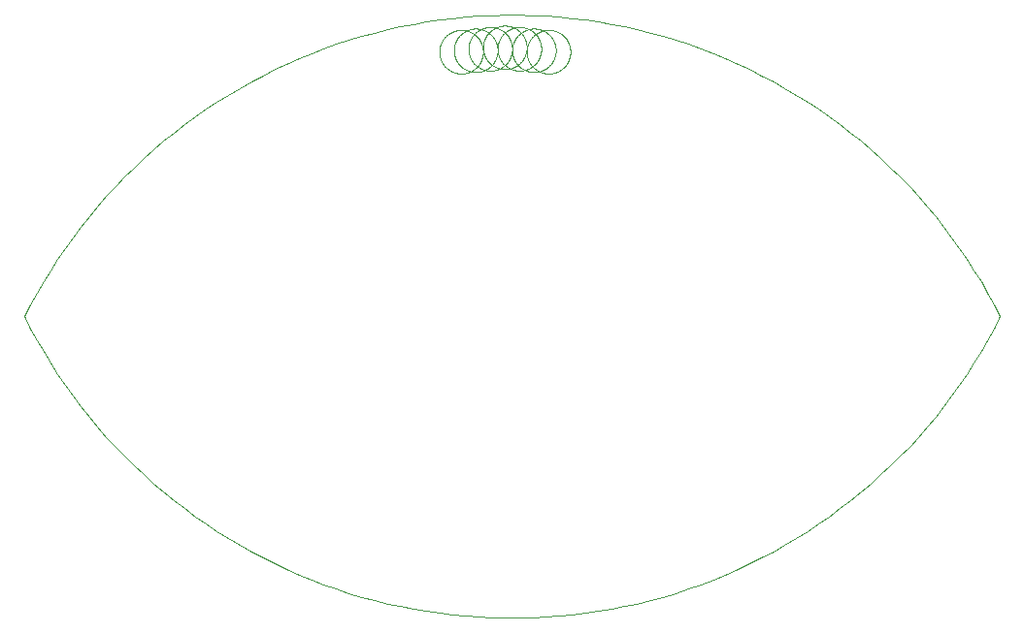
<source format=gko>
G75*
%MOIN*%
%OFA0B0*%
%FSLAX25Y25*%
%IPPOS*%
%LPD*%
%AMOC8*
5,1,8,0,0,1.08239X$1,22.5*
%
%ADD10C,0.00000*%
D10*
X0004200Y0161500D02*
X0006282Y0165556D01*
X0008463Y0169560D01*
X0010741Y0173510D01*
X0013114Y0177403D01*
X0015582Y0181237D01*
X0018142Y0185010D01*
X0020793Y0188720D01*
X0023534Y0192363D01*
X0026363Y0195939D01*
X0029278Y0199445D01*
X0032277Y0202879D01*
X0035360Y0206238D01*
X0038523Y0209522D01*
X0041765Y0212727D01*
X0045085Y0215853D01*
X0048480Y0218897D01*
X0051947Y0221857D01*
X0055486Y0224732D01*
X0059094Y0227520D01*
X0062769Y0230219D01*
X0066508Y0232827D01*
X0070310Y0235344D01*
X0074172Y0237768D01*
X0078092Y0240096D01*
X0082068Y0242329D01*
X0086096Y0244464D01*
X0090176Y0246500D01*
X0094304Y0248436D01*
X0098478Y0250271D01*
X0102695Y0252004D01*
X0106953Y0253633D01*
X0111250Y0255158D01*
X0115583Y0256579D01*
X0119949Y0257893D01*
X0124345Y0259100D01*
X0128770Y0260200D01*
X0133220Y0261192D01*
X0137693Y0262075D01*
X0142187Y0262849D01*
X0146697Y0263513D01*
X0151223Y0264067D01*
X0155761Y0264511D01*
X0160308Y0264844D01*
X0164862Y0265066D01*
X0169420Y0265177D01*
X0173980Y0265177D01*
X0178538Y0265066D01*
X0183092Y0264844D01*
X0187639Y0264511D01*
X0192177Y0264067D01*
X0196703Y0263513D01*
X0201213Y0262849D01*
X0205707Y0262075D01*
X0210180Y0261192D01*
X0214630Y0260200D01*
X0219055Y0259100D01*
X0223451Y0257893D01*
X0227817Y0256579D01*
X0232150Y0255158D01*
X0236447Y0253633D01*
X0240705Y0252004D01*
X0244922Y0250271D01*
X0249096Y0248436D01*
X0253224Y0246500D01*
X0257304Y0244464D01*
X0261332Y0242329D01*
X0265308Y0240096D01*
X0269228Y0237768D01*
X0273090Y0235344D01*
X0276892Y0232827D01*
X0280631Y0230219D01*
X0284306Y0227520D01*
X0287914Y0224732D01*
X0291453Y0221857D01*
X0294920Y0218897D01*
X0298315Y0215853D01*
X0301635Y0212727D01*
X0304877Y0209522D01*
X0308040Y0206238D01*
X0311123Y0202879D01*
X0314122Y0199445D01*
X0317037Y0195939D01*
X0319866Y0192363D01*
X0322607Y0188720D01*
X0325258Y0185010D01*
X0327818Y0181237D01*
X0330286Y0177403D01*
X0332659Y0173510D01*
X0334937Y0169560D01*
X0337118Y0165556D01*
X0339200Y0161500D01*
X0176700Y0252500D02*
X0176702Y0252684D01*
X0176709Y0252868D01*
X0176720Y0253052D01*
X0176736Y0253235D01*
X0176756Y0253418D01*
X0176781Y0253600D01*
X0176810Y0253782D01*
X0176844Y0253963D01*
X0176882Y0254143D01*
X0176925Y0254322D01*
X0176972Y0254500D01*
X0177023Y0254677D01*
X0177079Y0254853D01*
X0177138Y0255027D01*
X0177203Y0255199D01*
X0177271Y0255370D01*
X0177343Y0255539D01*
X0177420Y0255707D01*
X0177501Y0255872D01*
X0177586Y0256035D01*
X0177674Y0256197D01*
X0177767Y0256356D01*
X0177864Y0256512D01*
X0177964Y0256667D01*
X0178068Y0256819D01*
X0178176Y0256968D01*
X0178287Y0257114D01*
X0178402Y0257258D01*
X0178521Y0257399D01*
X0178643Y0257537D01*
X0178768Y0257672D01*
X0178897Y0257803D01*
X0179028Y0257932D01*
X0179163Y0258057D01*
X0179301Y0258179D01*
X0179442Y0258298D01*
X0179586Y0258413D01*
X0179732Y0258524D01*
X0179881Y0258632D01*
X0180033Y0258736D01*
X0180188Y0258836D01*
X0180344Y0258933D01*
X0180503Y0259026D01*
X0180665Y0259114D01*
X0180828Y0259199D01*
X0180993Y0259280D01*
X0181161Y0259357D01*
X0181330Y0259429D01*
X0181501Y0259497D01*
X0181673Y0259562D01*
X0181847Y0259621D01*
X0182023Y0259677D01*
X0182200Y0259728D01*
X0182378Y0259775D01*
X0182557Y0259818D01*
X0182737Y0259856D01*
X0182918Y0259890D01*
X0183100Y0259919D01*
X0183282Y0259944D01*
X0183465Y0259964D01*
X0183648Y0259980D01*
X0183832Y0259991D01*
X0184016Y0259998D01*
X0184200Y0260000D01*
X0184384Y0259998D01*
X0184568Y0259991D01*
X0184752Y0259980D01*
X0184935Y0259964D01*
X0185118Y0259944D01*
X0185300Y0259919D01*
X0185482Y0259890D01*
X0185663Y0259856D01*
X0185843Y0259818D01*
X0186022Y0259775D01*
X0186200Y0259728D01*
X0186377Y0259677D01*
X0186553Y0259621D01*
X0186727Y0259562D01*
X0186899Y0259497D01*
X0187070Y0259429D01*
X0187239Y0259357D01*
X0187407Y0259280D01*
X0187572Y0259199D01*
X0187735Y0259114D01*
X0187897Y0259026D01*
X0188056Y0258933D01*
X0188212Y0258836D01*
X0188367Y0258736D01*
X0188519Y0258632D01*
X0188668Y0258524D01*
X0188814Y0258413D01*
X0188958Y0258298D01*
X0189099Y0258179D01*
X0189237Y0258057D01*
X0189372Y0257932D01*
X0189503Y0257803D01*
X0189632Y0257672D01*
X0189757Y0257537D01*
X0189879Y0257399D01*
X0189998Y0257258D01*
X0190113Y0257114D01*
X0190224Y0256968D01*
X0190332Y0256819D01*
X0190436Y0256667D01*
X0190536Y0256512D01*
X0190633Y0256356D01*
X0190726Y0256197D01*
X0190814Y0256035D01*
X0190899Y0255872D01*
X0190980Y0255707D01*
X0191057Y0255539D01*
X0191129Y0255370D01*
X0191197Y0255199D01*
X0191262Y0255027D01*
X0191321Y0254853D01*
X0191377Y0254677D01*
X0191428Y0254500D01*
X0191475Y0254322D01*
X0191518Y0254143D01*
X0191556Y0253963D01*
X0191590Y0253782D01*
X0191619Y0253600D01*
X0191644Y0253418D01*
X0191664Y0253235D01*
X0191680Y0253052D01*
X0191691Y0252868D01*
X0191698Y0252684D01*
X0191700Y0252500D01*
X0191698Y0252316D01*
X0191691Y0252132D01*
X0191680Y0251948D01*
X0191664Y0251765D01*
X0191644Y0251582D01*
X0191619Y0251400D01*
X0191590Y0251218D01*
X0191556Y0251037D01*
X0191518Y0250857D01*
X0191475Y0250678D01*
X0191428Y0250500D01*
X0191377Y0250323D01*
X0191321Y0250147D01*
X0191262Y0249973D01*
X0191197Y0249801D01*
X0191129Y0249630D01*
X0191057Y0249461D01*
X0190980Y0249293D01*
X0190899Y0249128D01*
X0190814Y0248965D01*
X0190726Y0248803D01*
X0190633Y0248644D01*
X0190536Y0248488D01*
X0190436Y0248333D01*
X0190332Y0248181D01*
X0190224Y0248032D01*
X0190113Y0247886D01*
X0189998Y0247742D01*
X0189879Y0247601D01*
X0189757Y0247463D01*
X0189632Y0247328D01*
X0189503Y0247197D01*
X0189372Y0247068D01*
X0189237Y0246943D01*
X0189099Y0246821D01*
X0188958Y0246702D01*
X0188814Y0246587D01*
X0188668Y0246476D01*
X0188519Y0246368D01*
X0188367Y0246264D01*
X0188212Y0246164D01*
X0188056Y0246067D01*
X0187897Y0245974D01*
X0187735Y0245886D01*
X0187572Y0245801D01*
X0187407Y0245720D01*
X0187239Y0245643D01*
X0187070Y0245571D01*
X0186899Y0245503D01*
X0186727Y0245438D01*
X0186553Y0245379D01*
X0186377Y0245323D01*
X0186200Y0245272D01*
X0186022Y0245225D01*
X0185843Y0245182D01*
X0185663Y0245144D01*
X0185482Y0245110D01*
X0185300Y0245081D01*
X0185118Y0245056D01*
X0184935Y0245036D01*
X0184752Y0245020D01*
X0184568Y0245009D01*
X0184384Y0245002D01*
X0184200Y0245000D01*
X0184016Y0245002D01*
X0183832Y0245009D01*
X0183648Y0245020D01*
X0183465Y0245036D01*
X0183282Y0245056D01*
X0183100Y0245081D01*
X0182918Y0245110D01*
X0182737Y0245144D01*
X0182557Y0245182D01*
X0182378Y0245225D01*
X0182200Y0245272D01*
X0182023Y0245323D01*
X0181847Y0245379D01*
X0181673Y0245438D01*
X0181501Y0245503D01*
X0181330Y0245571D01*
X0181161Y0245643D01*
X0180993Y0245720D01*
X0180828Y0245801D01*
X0180665Y0245886D01*
X0180503Y0245974D01*
X0180344Y0246067D01*
X0180188Y0246164D01*
X0180033Y0246264D01*
X0179881Y0246368D01*
X0179732Y0246476D01*
X0179586Y0246587D01*
X0179442Y0246702D01*
X0179301Y0246821D01*
X0179163Y0246943D01*
X0179028Y0247068D01*
X0178897Y0247197D01*
X0178768Y0247328D01*
X0178643Y0247463D01*
X0178521Y0247601D01*
X0178402Y0247742D01*
X0178287Y0247886D01*
X0178176Y0248032D01*
X0178068Y0248181D01*
X0177964Y0248333D01*
X0177864Y0248488D01*
X0177767Y0248644D01*
X0177674Y0248803D01*
X0177586Y0248965D01*
X0177501Y0249128D01*
X0177420Y0249293D01*
X0177343Y0249461D01*
X0177271Y0249630D01*
X0177203Y0249801D01*
X0177138Y0249973D01*
X0177079Y0250147D01*
X0177023Y0250323D01*
X0176972Y0250500D01*
X0176925Y0250678D01*
X0176882Y0250857D01*
X0176844Y0251037D01*
X0176810Y0251218D01*
X0176781Y0251400D01*
X0176756Y0251582D01*
X0176736Y0251765D01*
X0176720Y0251948D01*
X0176709Y0252132D01*
X0176702Y0252316D01*
X0176700Y0252500D01*
X0171700Y0253000D02*
X0171702Y0253184D01*
X0171709Y0253368D01*
X0171720Y0253552D01*
X0171736Y0253735D01*
X0171756Y0253918D01*
X0171781Y0254100D01*
X0171810Y0254282D01*
X0171844Y0254463D01*
X0171882Y0254643D01*
X0171925Y0254822D01*
X0171972Y0255000D01*
X0172023Y0255177D01*
X0172079Y0255353D01*
X0172138Y0255527D01*
X0172203Y0255699D01*
X0172271Y0255870D01*
X0172343Y0256039D01*
X0172420Y0256207D01*
X0172501Y0256372D01*
X0172586Y0256535D01*
X0172674Y0256697D01*
X0172767Y0256856D01*
X0172864Y0257012D01*
X0172964Y0257167D01*
X0173068Y0257319D01*
X0173176Y0257468D01*
X0173287Y0257614D01*
X0173402Y0257758D01*
X0173521Y0257899D01*
X0173643Y0258037D01*
X0173768Y0258172D01*
X0173897Y0258303D01*
X0174028Y0258432D01*
X0174163Y0258557D01*
X0174301Y0258679D01*
X0174442Y0258798D01*
X0174586Y0258913D01*
X0174732Y0259024D01*
X0174881Y0259132D01*
X0175033Y0259236D01*
X0175188Y0259336D01*
X0175344Y0259433D01*
X0175503Y0259526D01*
X0175665Y0259614D01*
X0175828Y0259699D01*
X0175993Y0259780D01*
X0176161Y0259857D01*
X0176330Y0259929D01*
X0176501Y0259997D01*
X0176673Y0260062D01*
X0176847Y0260121D01*
X0177023Y0260177D01*
X0177200Y0260228D01*
X0177378Y0260275D01*
X0177557Y0260318D01*
X0177737Y0260356D01*
X0177918Y0260390D01*
X0178100Y0260419D01*
X0178282Y0260444D01*
X0178465Y0260464D01*
X0178648Y0260480D01*
X0178832Y0260491D01*
X0179016Y0260498D01*
X0179200Y0260500D01*
X0179384Y0260498D01*
X0179568Y0260491D01*
X0179752Y0260480D01*
X0179935Y0260464D01*
X0180118Y0260444D01*
X0180300Y0260419D01*
X0180482Y0260390D01*
X0180663Y0260356D01*
X0180843Y0260318D01*
X0181022Y0260275D01*
X0181200Y0260228D01*
X0181377Y0260177D01*
X0181553Y0260121D01*
X0181727Y0260062D01*
X0181899Y0259997D01*
X0182070Y0259929D01*
X0182239Y0259857D01*
X0182407Y0259780D01*
X0182572Y0259699D01*
X0182735Y0259614D01*
X0182897Y0259526D01*
X0183056Y0259433D01*
X0183212Y0259336D01*
X0183367Y0259236D01*
X0183519Y0259132D01*
X0183668Y0259024D01*
X0183814Y0258913D01*
X0183958Y0258798D01*
X0184099Y0258679D01*
X0184237Y0258557D01*
X0184372Y0258432D01*
X0184503Y0258303D01*
X0184632Y0258172D01*
X0184757Y0258037D01*
X0184879Y0257899D01*
X0184998Y0257758D01*
X0185113Y0257614D01*
X0185224Y0257468D01*
X0185332Y0257319D01*
X0185436Y0257167D01*
X0185536Y0257012D01*
X0185633Y0256856D01*
X0185726Y0256697D01*
X0185814Y0256535D01*
X0185899Y0256372D01*
X0185980Y0256207D01*
X0186057Y0256039D01*
X0186129Y0255870D01*
X0186197Y0255699D01*
X0186262Y0255527D01*
X0186321Y0255353D01*
X0186377Y0255177D01*
X0186428Y0255000D01*
X0186475Y0254822D01*
X0186518Y0254643D01*
X0186556Y0254463D01*
X0186590Y0254282D01*
X0186619Y0254100D01*
X0186644Y0253918D01*
X0186664Y0253735D01*
X0186680Y0253552D01*
X0186691Y0253368D01*
X0186698Y0253184D01*
X0186700Y0253000D01*
X0186698Y0252816D01*
X0186691Y0252632D01*
X0186680Y0252448D01*
X0186664Y0252265D01*
X0186644Y0252082D01*
X0186619Y0251900D01*
X0186590Y0251718D01*
X0186556Y0251537D01*
X0186518Y0251357D01*
X0186475Y0251178D01*
X0186428Y0251000D01*
X0186377Y0250823D01*
X0186321Y0250647D01*
X0186262Y0250473D01*
X0186197Y0250301D01*
X0186129Y0250130D01*
X0186057Y0249961D01*
X0185980Y0249793D01*
X0185899Y0249628D01*
X0185814Y0249465D01*
X0185726Y0249303D01*
X0185633Y0249144D01*
X0185536Y0248988D01*
X0185436Y0248833D01*
X0185332Y0248681D01*
X0185224Y0248532D01*
X0185113Y0248386D01*
X0184998Y0248242D01*
X0184879Y0248101D01*
X0184757Y0247963D01*
X0184632Y0247828D01*
X0184503Y0247697D01*
X0184372Y0247568D01*
X0184237Y0247443D01*
X0184099Y0247321D01*
X0183958Y0247202D01*
X0183814Y0247087D01*
X0183668Y0246976D01*
X0183519Y0246868D01*
X0183367Y0246764D01*
X0183212Y0246664D01*
X0183056Y0246567D01*
X0182897Y0246474D01*
X0182735Y0246386D01*
X0182572Y0246301D01*
X0182407Y0246220D01*
X0182239Y0246143D01*
X0182070Y0246071D01*
X0181899Y0246003D01*
X0181727Y0245938D01*
X0181553Y0245879D01*
X0181377Y0245823D01*
X0181200Y0245772D01*
X0181022Y0245725D01*
X0180843Y0245682D01*
X0180663Y0245644D01*
X0180482Y0245610D01*
X0180300Y0245581D01*
X0180118Y0245556D01*
X0179935Y0245536D01*
X0179752Y0245520D01*
X0179568Y0245509D01*
X0179384Y0245502D01*
X0179200Y0245500D01*
X0179016Y0245502D01*
X0178832Y0245509D01*
X0178648Y0245520D01*
X0178465Y0245536D01*
X0178282Y0245556D01*
X0178100Y0245581D01*
X0177918Y0245610D01*
X0177737Y0245644D01*
X0177557Y0245682D01*
X0177378Y0245725D01*
X0177200Y0245772D01*
X0177023Y0245823D01*
X0176847Y0245879D01*
X0176673Y0245938D01*
X0176501Y0246003D01*
X0176330Y0246071D01*
X0176161Y0246143D01*
X0175993Y0246220D01*
X0175828Y0246301D01*
X0175665Y0246386D01*
X0175503Y0246474D01*
X0175344Y0246567D01*
X0175188Y0246664D01*
X0175033Y0246764D01*
X0174881Y0246868D01*
X0174732Y0246976D01*
X0174586Y0247087D01*
X0174442Y0247202D01*
X0174301Y0247321D01*
X0174163Y0247443D01*
X0174028Y0247568D01*
X0173897Y0247697D01*
X0173768Y0247828D01*
X0173643Y0247963D01*
X0173521Y0248101D01*
X0173402Y0248242D01*
X0173287Y0248386D01*
X0173176Y0248532D01*
X0173068Y0248681D01*
X0172964Y0248833D01*
X0172864Y0248988D01*
X0172767Y0249144D01*
X0172674Y0249303D01*
X0172586Y0249465D01*
X0172501Y0249628D01*
X0172420Y0249793D01*
X0172343Y0249961D01*
X0172271Y0250130D01*
X0172203Y0250301D01*
X0172138Y0250473D01*
X0172079Y0250647D01*
X0172023Y0250823D01*
X0171972Y0251000D01*
X0171925Y0251178D01*
X0171882Y0251357D01*
X0171844Y0251537D01*
X0171810Y0251718D01*
X0171781Y0251900D01*
X0171756Y0252082D01*
X0171736Y0252265D01*
X0171720Y0252448D01*
X0171709Y0252632D01*
X0171702Y0252816D01*
X0171700Y0253000D01*
X0166700Y0253500D02*
X0166702Y0253684D01*
X0166709Y0253868D01*
X0166720Y0254052D01*
X0166736Y0254235D01*
X0166756Y0254418D01*
X0166781Y0254600D01*
X0166810Y0254782D01*
X0166844Y0254963D01*
X0166882Y0255143D01*
X0166925Y0255322D01*
X0166972Y0255500D01*
X0167023Y0255677D01*
X0167079Y0255853D01*
X0167138Y0256027D01*
X0167203Y0256199D01*
X0167271Y0256370D01*
X0167343Y0256539D01*
X0167420Y0256707D01*
X0167501Y0256872D01*
X0167586Y0257035D01*
X0167674Y0257197D01*
X0167767Y0257356D01*
X0167864Y0257512D01*
X0167964Y0257667D01*
X0168068Y0257819D01*
X0168176Y0257968D01*
X0168287Y0258114D01*
X0168402Y0258258D01*
X0168521Y0258399D01*
X0168643Y0258537D01*
X0168768Y0258672D01*
X0168897Y0258803D01*
X0169028Y0258932D01*
X0169163Y0259057D01*
X0169301Y0259179D01*
X0169442Y0259298D01*
X0169586Y0259413D01*
X0169732Y0259524D01*
X0169881Y0259632D01*
X0170033Y0259736D01*
X0170188Y0259836D01*
X0170344Y0259933D01*
X0170503Y0260026D01*
X0170665Y0260114D01*
X0170828Y0260199D01*
X0170993Y0260280D01*
X0171161Y0260357D01*
X0171330Y0260429D01*
X0171501Y0260497D01*
X0171673Y0260562D01*
X0171847Y0260621D01*
X0172023Y0260677D01*
X0172200Y0260728D01*
X0172378Y0260775D01*
X0172557Y0260818D01*
X0172737Y0260856D01*
X0172918Y0260890D01*
X0173100Y0260919D01*
X0173282Y0260944D01*
X0173465Y0260964D01*
X0173648Y0260980D01*
X0173832Y0260991D01*
X0174016Y0260998D01*
X0174200Y0261000D01*
X0174384Y0260998D01*
X0174568Y0260991D01*
X0174752Y0260980D01*
X0174935Y0260964D01*
X0175118Y0260944D01*
X0175300Y0260919D01*
X0175482Y0260890D01*
X0175663Y0260856D01*
X0175843Y0260818D01*
X0176022Y0260775D01*
X0176200Y0260728D01*
X0176377Y0260677D01*
X0176553Y0260621D01*
X0176727Y0260562D01*
X0176899Y0260497D01*
X0177070Y0260429D01*
X0177239Y0260357D01*
X0177407Y0260280D01*
X0177572Y0260199D01*
X0177735Y0260114D01*
X0177897Y0260026D01*
X0178056Y0259933D01*
X0178212Y0259836D01*
X0178367Y0259736D01*
X0178519Y0259632D01*
X0178668Y0259524D01*
X0178814Y0259413D01*
X0178958Y0259298D01*
X0179099Y0259179D01*
X0179237Y0259057D01*
X0179372Y0258932D01*
X0179503Y0258803D01*
X0179632Y0258672D01*
X0179757Y0258537D01*
X0179879Y0258399D01*
X0179998Y0258258D01*
X0180113Y0258114D01*
X0180224Y0257968D01*
X0180332Y0257819D01*
X0180436Y0257667D01*
X0180536Y0257512D01*
X0180633Y0257356D01*
X0180726Y0257197D01*
X0180814Y0257035D01*
X0180899Y0256872D01*
X0180980Y0256707D01*
X0181057Y0256539D01*
X0181129Y0256370D01*
X0181197Y0256199D01*
X0181262Y0256027D01*
X0181321Y0255853D01*
X0181377Y0255677D01*
X0181428Y0255500D01*
X0181475Y0255322D01*
X0181518Y0255143D01*
X0181556Y0254963D01*
X0181590Y0254782D01*
X0181619Y0254600D01*
X0181644Y0254418D01*
X0181664Y0254235D01*
X0181680Y0254052D01*
X0181691Y0253868D01*
X0181698Y0253684D01*
X0181700Y0253500D01*
X0181698Y0253316D01*
X0181691Y0253132D01*
X0181680Y0252948D01*
X0181664Y0252765D01*
X0181644Y0252582D01*
X0181619Y0252400D01*
X0181590Y0252218D01*
X0181556Y0252037D01*
X0181518Y0251857D01*
X0181475Y0251678D01*
X0181428Y0251500D01*
X0181377Y0251323D01*
X0181321Y0251147D01*
X0181262Y0250973D01*
X0181197Y0250801D01*
X0181129Y0250630D01*
X0181057Y0250461D01*
X0180980Y0250293D01*
X0180899Y0250128D01*
X0180814Y0249965D01*
X0180726Y0249803D01*
X0180633Y0249644D01*
X0180536Y0249488D01*
X0180436Y0249333D01*
X0180332Y0249181D01*
X0180224Y0249032D01*
X0180113Y0248886D01*
X0179998Y0248742D01*
X0179879Y0248601D01*
X0179757Y0248463D01*
X0179632Y0248328D01*
X0179503Y0248197D01*
X0179372Y0248068D01*
X0179237Y0247943D01*
X0179099Y0247821D01*
X0178958Y0247702D01*
X0178814Y0247587D01*
X0178668Y0247476D01*
X0178519Y0247368D01*
X0178367Y0247264D01*
X0178212Y0247164D01*
X0178056Y0247067D01*
X0177897Y0246974D01*
X0177735Y0246886D01*
X0177572Y0246801D01*
X0177407Y0246720D01*
X0177239Y0246643D01*
X0177070Y0246571D01*
X0176899Y0246503D01*
X0176727Y0246438D01*
X0176553Y0246379D01*
X0176377Y0246323D01*
X0176200Y0246272D01*
X0176022Y0246225D01*
X0175843Y0246182D01*
X0175663Y0246144D01*
X0175482Y0246110D01*
X0175300Y0246081D01*
X0175118Y0246056D01*
X0174935Y0246036D01*
X0174752Y0246020D01*
X0174568Y0246009D01*
X0174384Y0246002D01*
X0174200Y0246000D01*
X0174016Y0246002D01*
X0173832Y0246009D01*
X0173648Y0246020D01*
X0173465Y0246036D01*
X0173282Y0246056D01*
X0173100Y0246081D01*
X0172918Y0246110D01*
X0172737Y0246144D01*
X0172557Y0246182D01*
X0172378Y0246225D01*
X0172200Y0246272D01*
X0172023Y0246323D01*
X0171847Y0246379D01*
X0171673Y0246438D01*
X0171501Y0246503D01*
X0171330Y0246571D01*
X0171161Y0246643D01*
X0170993Y0246720D01*
X0170828Y0246801D01*
X0170665Y0246886D01*
X0170503Y0246974D01*
X0170344Y0247067D01*
X0170188Y0247164D01*
X0170033Y0247264D01*
X0169881Y0247368D01*
X0169732Y0247476D01*
X0169586Y0247587D01*
X0169442Y0247702D01*
X0169301Y0247821D01*
X0169163Y0247943D01*
X0169028Y0248068D01*
X0168897Y0248197D01*
X0168768Y0248328D01*
X0168643Y0248463D01*
X0168521Y0248601D01*
X0168402Y0248742D01*
X0168287Y0248886D01*
X0168176Y0249032D01*
X0168068Y0249181D01*
X0167964Y0249333D01*
X0167864Y0249488D01*
X0167767Y0249644D01*
X0167674Y0249803D01*
X0167586Y0249965D01*
X0167501Y0250128D01*
X0167420Y0250293D01*
X0167343Y0250461D01*
X0167271Y0250630D01*
X0167203Y0250801D01*
X0167138Y0250973D01*
X0167079Y0251147D01*
X0167023Y0251323D01*
X0166972Y0251500D01*
X0166925Y0251678D01*
X0166882Y0251857D01*
X0166844Y0252037D01*
X0166810Y0252218D01*
X0166781Y0252400D01*
X0166756Y0252582D01*
X0166736Y0252765D01*
X0166720Y0252948D01*
X0166709Y0253132D01*
X0166702Y0253316D01*
X0166700Y0253500D01*
X0156700Y0253500D02*
X0156702Y0253684D01*
X0156709Y0253868D01*
X0156720Y0254052D01*
X0156736Y0254235D01*
X0156756Y0254418D01*
X0156781Y0254600D01*
X0156810Y0254782D01*
X0156844Y0254963D01*
X0156882Y0255143D01*
X0156925Y0255322D01*
X0156972Y0255500D01*
X0157023Y0255677D01*
X0157079Y0255853D01*
X0157138Y0256027D01*
X0157203Y0256199D01*
X0157271Y0256370D01*
X0157343Y0256539D01*
X0157420Y0256707D01*
X0157501Y0256872D01*
X0157586Y0257035D01*
X0157674Y0257197D01*
X0157767Y0257356D01*
X0157864Y0257512D01*
X0157964Y0257667D01*
X0158068Y0257819D01*
X0158176Y0257968D01*
X0158287Y0258114D01*
X0158402Y0258258D01*
X0158521Y0258399D01*
X0158643Y0258537D01*
X0158768Y0258672D01*
X0158897Y0258803D01*
X0159028Y0258932D01*
X0159163Y0259057D01*
X0159301Y0259179D01*
X0159442Y0259298D01*
X0159586Y0259413D01*
X0159732Y0259524D01*
X0159881Y0259632D01*
X0160033Y0259736D01*
X0160188Y0259836D01*
X0160344Y0259933D01*
X0160503Y0260026D01*
X0160665Y0260114D01*
X0160828Y0260199D01*
X0160993Y0260280D01*
X0161161Y0260357D01*
X0161330Y0260429D01*
X0161501Y0260497D01*
X0161673Y0260562D01*
X0161847Y0260621D01*
X0162023Y0260677D01*
X0162200Y0260728D01*
X0162378Y0260775D01*
X0162557Y0260818D01*
X0162737Y0260856D01*
X0162918Y0260890D01*
X0163100Y0260919D01*
X0163282Y0260944D01*
X0163465Y0260964D01*
X0163648Y0260980D01*
X0163832Y0260991D01*
X0164016Y0260998D01*
X0164200Y0261000D01*
X0164384Y0260998D01*
X0164568Y0260991D01*
X0164752Y0260980D01*
X0164935Y0260964D01*
X0165118Y0260944D01*
X0165300Y0260919D01*
X0165482Y0260890D01*
X0165663Y0260856D01*
X0165843Y0260818D01*
X0166022Y0260775D01*
X0166200Y0260728D01*
X0166377Y0260677D01*
X0166553Y0260621D01*
X0166727Y0260562D01*
X0166899Y0260497D01*
X0167070Y0260429D01*
X0167239Y0260357D01*
X0167407Y0260280D01*
X0167572Y0260199D01*
X0167735Y0260114D01*
X0167897Y0260026D01*
X0168056Y0259933D01*
X0168212Y0259836D01*
X0168367Y0259736D01*
X0168519Y0259632D01*
X0168668Y0259524D01*
X0168814Y0259413D01*
X0168958Y0259298D01*
X0169099Y0259179D01*
X0169237Y0259057D01*
X0169372Y0258932D01*
X0169503Y0258803D01*
X0169632Y0258672D01*
X0169757Y0258537D01*
X0169879Y0258399D01*
X0169998Y0258258D01*
X0170113Y0258114D01*
X0170224Y0257968D01*
X0170332Y0257819D01*
X0170436Y0257667D01*
X0170536Y0257512D01*
X0170633Y0257356D01*
X0170726Y0257197D01*
X0170814Y0257035D01*
X0170899Y0256872D01*
X0170980Y0256707D01*
X0171057Y0256539D01*
X0171129Y0256370D01*
X0171197Y0256199D01*
X0171262Y0256027D01*
X0171321Y0255853D01*
X0171377Y0255677D01*
X0171428Y0255500D01*
X0171475Y0255322D01*
X0171518Y0255143D01*
X0171556Y0254963D01*
X0171590Y0254782D01*
X0171619Y0254600D01*
X0171644Y0254418D01*
X0171664Y0254235D01*
X0171680Y0254052D01*
X0171691Y0253868D01*
X0171698Y0253684D01*
X0171700Y0253500D01*
X0171698Y0253316D01*
X0171691Y0253132D01*
X0171680Y0252948D01*
X0171664Y0252765D01*
X0171644Y0252582D01*
X0171619Y0252400D01*
X0171590Y0252218D01*
X0171556Y0252037D01*
X0171518Y0251857D01*
X0171475Y0251678D01*
X0171428Y0251500D01*
X0171377Y0251323D01*
X0171321Y0251147D01*
X0171262Y0250973D01*
X0171197Y0250801D01*
X0171129Y0250630D01*
X0171057Y0250461D01*
X0170980Y0250293D01*
X0170899Y0250128D01*
X0170814Y0249965D01*
X0170726Y0249803D01*
X0170633Y0249644D01*
X0170536Y0249488D01*
X0170436Y0249333D01*
X0170332Y0249181D01*
X0170224Y0249032D01*
X0170113Y0248886D01*
X0169998Y0248742D01*
X0169879Y0248601D01*
X0169757Y0248463D01*
X0169632Y0248328D01*
X0169503Y0248197D01*
X0169372Y0248068D01*
X0169237Y0247943D01*
X0169099Y0247821D01*
X0168958Y0247702D01*
X0168814Y0247587D01*
X0168668Y0247476D01*
X0168519Y0247368D01*
X0168367Y0247264D01*
X0168212Y0247164D01*
X0168056Y0247067D01*
X0167897Y0246974D01*
X0167735Y0246886D01*
X0167572Y0246801D01*
X0167407Y0246720D01*
X0167239Y0246643D01*
X0167070Y0246571D01*
X0166899Y0246503D01*
X0166727Y0246438D01*
X0166553Y0246379D01*
X0166377Y0246323D01*
X0166200Y0246272D01*
X0166022Y0246225D01*
X0165843Y0246182D01*
X0165663Y0246144D01*
X0165482Y0246110D01*
X0165300Y0246081D01*
X0165118Y0246056D01*
X0164935Y0246036D01*
X0164752Y0246020D01*
X0164568Y0246009D01*
X0164384Y0246002D01*
X0164200Y0246000D01*
X0164016Y0246002D01*
X0163832Y0246009D01*
X0163648Y0246020D01*
X0163465Y0246036D01*
X0163282Y0246056D01*
X0163100Y0246081D01*
X0162918Y0246110D01*
X0162737Y0246144D01*
X0162557Y0246182D01*
X0162378Y0246225D01*
X0162200Y0246272D01*
X0162023Y0246323D01*
X0161847Y0246379D01*
X0161673Y0246438D01*
X0161501Y0246503D01*
X0161330Y0246571D01*
X0161161Y0246643D01*
X0160993Y0246720D01*
X0160828Y0246801D01*
X0160665Y0246886D01*
X0160503Y0246974D01*
X0160344Y0247067D01*
X0160188Y0247164D01*
X0160033Y0247264D01*
X0159881Y0247368D01*
X0159732Y0247476D01*
X0159586Y0247587D01*
X0159442Y0247702D01*
X0159301Y0247821D01*
X0159163Y0247943D01*
X0159028Y0248068D01*
X0158897Y0248197D01*
X0158768Y0248328D01*
X0158643Y0248463D01*
X0158521Y0248601D01*
X0158402Y0248742D01*
X0158287Y0248886D01*
X0158176Y0249032D01*
X0158068Y0249181D01*
X0157964Y0249333D01*
X0157864Y0249488D01*
X0157767Y0249644D01*
X0157674Y0249803D01*
X0157586Y0249965D01*
X0157501Y0250128D01*
X0157420Y0250293D01*
X0157343Y0250461D01*
X0157271Y0250630D01*
X0157203Y0250801D01*
X0157138Y0250973D01*
X0157079Y0251147D01*
X0157023Y0251323D01*
X0156972Y0251500D01*
X0156925Y0251678D01*
X0156882Y0251857D01*
X0156844Y0252037D01*
X0156810Y0252218D01*
X0156781Y0252400D01*
X0156756Y0252582D01*
X0156736Y0252765D01*
X0156720Y0252948D01*
X0156709Y0253132D01*
X0156702Y0253316D01*
X0156700Y0253500D01*
X0151700Y0253000D02*
X0151702Y0253184D01*
X0151709Y0253368D01*
X0151720Y0253552D01*
X0151736Y0253735D01*
X0151756Y0253918D01*
X0151781Y0254100D01*
X0151810Y0254282D01*
X0151844Y0254463D01*
X0151882Y0254643D01*
X0151925Y0254822D01*
X0151972Y0255000D01*
X0152023Y0255177D01*
X0152079Y0255353D01*
X0152138Y0255527D01*
X0152203Y0255699D01*
X0152271Y0255870D01*
X0152343Y0256039D01*
X0152420Y0256207D01*
X0152501Y0256372D01*
X0152586Y0256535D01*
X0152674Y0256697D01*
X0152767Y0256856D01*
X0152864Y0257012D01*
X0152964Y0257167D01*
X0153068Y0257319D01*
X0153176Y0257468D01*
X0153287Y0257614D01*
X0153402Y0257758D01*
X0153521Y0257899D01*
X0153643Y0258037D01*
X0153768Y0258172D01*
X0153897Y0258303D01*
X0154028Y0258432D01*
X0154163Y0258557D01*
X0154301Y0258679D01*
X0154442Y0258798D01*
X0154586Y0258913D01*
X0154732Y0259024D01*
X0154881Y0259132D01*
X0155033Y0259236D01*
X0155188Y0259336D01*
X0155344Y0259433D01*
X0155503Y0259526D01*
X0155665Y0259614D01*
X0155828Y0259699D01*
X0155993Y0259780D01*
X0156161Y0259857D01*
X0156330Y0259929D01*
X0156501Y0259997D01*
X0156673Y0260062D01*
X0156847Y0260121D01*
X0157023Y0260177D01*
X0157200Y0260228D01*
X0157378Y0260275D01*
X0157557Y0260318D01*
X0157737Y0260356D01*
X0157918Y0260390D01*
X0158100Y0260419D01*
X0158282Y0260444D01*
X0158465Y0260464D01*
X0158648Y0260480D01*
X0158832Y0260491D01*
X0159016Y0260498D01*
X0159200Y0260500D01*
X0159384Y0260498D01*
X0159568Y0260491D01*
X0159752Y0260480D01*
X0159935Y0260464D01*
X0160118Y0260444D01*
X0160300Y0260419D01*
X0160482Y0260390D01*
X0160663Y0260356D01*
X0160843Y0260318D01*
X0161022Y0260275D01*
X0161200Y0260228D01*
X0161377Y0260177D01*
X0161553Y0260121D01*
X0161727Y0260062D01*
X0161899Y0259997D01*
X0162070Y0259929D01*
X0162239Y0259857D01*
X0162407Y0259780D01*
X0162572Y0259699D01*
X0162735Y0259614D01*
X0162897Y0259526D01*
X0163056Y0259433D01*
X0163212Y0259336D01*
X0163367Y0259236D01*
X0163519Y0259132D01*
X0163668Y0259024D01*
X0163814Y0258913D01*
X0163958Y0258798D01*
X0164099Y0258679D01*
X0164237Y0258557D01*
X0164372Y0258432D01*
X0164503Y0258303D01*
X0164632Y0258172D01*
X0164757Y0258037D01*
X0164879Y0257899D01*
X0164998Y0257758D01*
X0165113Y0257614D01*
X0165224Y0257468D01*
X0165332Y0257319D01*
X0165436Y0257167D01*
X0165536Y0257012D01*
X0165633Y0256856D01*
X0165726Y0256697D01*
X0165814Y0256535D01*
X0165899Y0256372D01*
X0165980Y0256207D01*
X0166057Y0256039D01*
X0166129Y0255870D01*
X0166197Y0255699D01*
X0166262Y0255527D01*
X0166321Y0255353D01*
X0166377Y0255177D01*
X0166428Y0255000D01*
X0166475Y0254822D01*
X0166518Y0254643D01*
X0166556Y0254463D01*
X0166590Y0254282D01*
X0166619Y0254100D01*
X0166644Y0253918D01*
X0166664Y0253735D01*
X0166680Y0253552D01*
X0166691Y0253368D01*
X0166698Y0253184D01*
X0166700Y0253000D01*
X0166698Y0252816D01*
X0166691Y0252632D01*
X0166680Y0252448D01*
X0166664Y0252265D01*
X0166644Y0252082D01*
X0166619Y0251900D01*
X0166590Y0251718D01*
X0166556Y0251537D01*
X0166518Y0251357D01*
X0166475Y0251178D01*
X0166428Y0251000D01*
X0166377Y0250823D01*
X0166321Y0250647D01*
X0166262Y0250473D01*
X0166197Y0250301D01*
X0166129Y0250130D01*
X0166057Y0249961D01*
X0165980Y0249793D01*
X0165899Y0249628D01*
X0165814Y0249465D01*
X0165726Y0249303D01*
X0165633Y0249144D01*
X0165536Y0248988D01*
X0165436Y0248833D01*
X0165332Y0248681D01*
X0165224Y0248532D01*
X0165113Y0248386D01*
X0164998Y0248242D01*
X0164879Y0248101D01*
X0164757Y0247963D01*
X0164632Y0247828D01*
X0164503Y0247697D01*
X0164372Y0247568D01*
X0164237Y0247443D01*
X0164099Y0247321D01*
X0163958Y0247202D01*
X0163814Y0247087D01*
X0163668Y0246976D01*
X0163519Y0246868D01*
X0163367Y0246764D01*
X0163212Y0246664D01*
X0163056Y0246567D01*
X0162897Y0246474D01*
X0162735Y0246386D01*
X0162572Y0246301D01*
X0162407Y0246220D01*
X0162239Y0246143D01*
X0162070Y0246071D01*
X0161899Y0246003D01*
X0161727Y0245938D01*
X0161553Y0245879D01*
X0161377Y0245823D01*
X0161200Y0245772D01*
X0161022Y0245725D01*
X0160843Y0245682D01*
X0160663Y0245644D01*
X0160482Y0245610D01*
X0160300Y0245581D01*
X0160118Y0245556D01*
X0159935Y0245536D01*
X0159752Y0245520D01*
X0159568Y0245509D01*
X0159384Y0245502D01*
X0159200Y0245500D01*
X0159016Y0245502D01*
X0158832Y0245509D01*
X0158648Y0245520D01*
X0158465Y0245536D01*
X0158282Y0245556D01*
X0158100Y0245581D01*
X0157918Y0245610D01*
X0157737Y0245644D01*
X0157557Y0245682D01*
X0157378Y0245725D01*
X0157200Y0245772D01*
X0157023Y0245823D01*
X0156847Y0245879D01*
X0156673Y0245938D01*
X0156501Y0246003D01*
X0156330Y0246071D01*
X0156161Y0246143D01*
X0155993Y0246220D01*
X0155828Y0246301D01*
X0155665Y0246386D01*
X0155503Y0246474D01*
X0155344Y0246567D01*
X0155188Y0246664D01*
X0155033Y0246764D01*
X0154881Y0246868D01*
X0154732Y0246976D01*
X0154586Y0247087D01*
X0154442Y0247202D01*
X0154301Y0247321D01*
X0154163Y0247443D01*
X0154028Y0247568D01*
X0153897Y0247697D01*
X0153768Y0247828D01*
X0153643Y0247963D01*
X0153521Y0248101D01*
X0153402Y0248242D01*
X0153287Y0248386D01*
X0153176Y0248532D01*
X0153068Y0248681D01*
X0152964Y0248833D01*
X0152864Y0248988D01*
X0152767Y0249144D01*
X0152674Y0249303D01*
X0152586Y0249465D01*
X0152501Y0249628D01*
X0152420Y0249793D01*
X0152343Y0249961D01*
X0152271Y0250130D01*
X0152203Y0250301D01*
X0152138Y0250473D01*
X0152079Y0250647D01*
X0152023Y0250823D01*
X0151972Y0251000D01*
X0151925Y0251178D01*
X0151882Y0251357D01*
X0151844Y0251537D01*
X0151810Y0251718D01*
X0151781Y0251900D01*
X0151756Y0252082D01*
X0151736Y0252265D01*
X0151720Y0252448D01*
X0151709Y0252632D01*
X0151702Y0252816D01*
X0151700Y0253000D01*
X0146700Y0252500D02*
X0146702Y0252684D01*
X0146709Y0252868D01*
X0146720Y0253052D01*
X0146736Y0253235D01*
X0146756Y0253418D01*
X0146781Y0253600D01*
X0146810Y0253782D01*
X0146844Y0253963D01*
X0146882Y0254143D01*
X0146925Y0254322D01*
X0146972Y0254500D01*
X0147023Y0254677D01*
X0147079Y0254853D01*
X0147138Y0255027D01*
X0147203Y0255199D01*
X0147271Y0255370D01*
X0147343Y0255539D01*
X0147420Y0255707D01*
X0147501Y0255872D01*
X0147586Y0256035D01*
X0147674Y0256197D01*
X0147767Y0256356D01*
X0147864Y0256512D01*
X0147964Y0256667D01*
X0148068Y0256819D01*
X0148176Y0256968D01*
X0148287Y0257114D01*
X0148402Y0257258D01*
X0148521Y0257399D01*
X0148643Y0257537D01*
X0148768Y0257672D01*
X0148897Y0257803D01*
X0149028Y0257932D01*
X0149163Y0258057D01*
X0149301Y0258179D01*
X0149442Y0258298D01*
X0149586Y0258413D01*
X0149732Y0258524D01*
X0149881Y0258632D01*
X0150033Y0258736D01*
X0150188Y0258836D01*
X0150344Y0258933D01*
X0150503Y0259026D01*
X0150665Y0259114D01*
X0150828Y0259199D01*
X0150993Y0259280D01*
X0151161Y0259357D01*
X0151330Y0259429D01*
X0151501Y0259497D01*
X0151673Y0259562D01*
X0151847Y0259621D01*
X0152023Y0259677D01*
X0152200Y0259728D01*
X0152378Y0259775D01*
X0152557Y0259818D01*
X0152737Y0259856D01*
X0152918Y0259890D01*
X0153100Y0259919D01*
X0153282Y0259944D01*
X0153465Y0259964D01*
X0153648Y0259980D01*
X0153832Y0259991D01*
X0154016Y0259998D01*
X0154200Y0260000D01*
X0154384Y0259998D01*
X0154568Y0259991D01*
X0154752Y0259980D01*
X0154935Y0259964D01*
X0155118Y0259944D01*
X0155300Y0259919D01*
X0155482Y0259890D01*
X0155663Y0259856D01*
X0155843Y0259818D01*
X0156022Y0259775D01*
X0156200Y0259728D01*
X0156377Y0259677D01*
X0156553Y0259621D01*
X0156727Y0259562D01*
X0156899Y0259497D01*
X0157070Y0259429D01*
X0157239Y0259357D01*
X0157407Y0259280D01*
X0157572Y0259199D01*
X0157735Y0259114D01*
X0157897Y0259026D01*
X0158056Y0258933D01*
X0158212Y0258836D01*
X0158367Y0258736D01*
X0158519Y0258632D01*
X0158668Y0258524D01*
X0158814Y0258413D01*
X0158958Y0258298D01*
X0159099Y0258179D01*
X0159237Y0258057D01*
X0159372Y0257932D01*
X0159503Y0257803D01*
X0159632Y0257672D01*
X0159757Y0257537D01*
X0159879Y0257399D01*
X0159998Y0257258D01*
X0160113Y0257114D01*
X0160224Y0256968D01*
X0160332Y0256819D01*
X0160436Y0256667D01*
X0160536Y0256512D01*
X0160633Y0256356D01*
X0160726Y0256197D01*
X0160814Y0256035D01*
X0160899Y0255872D01*
X0160980Y0255707D01*
X0161057Y0255539D01*
X0161129Y0255370D01*
X0161197Y0255199D01*
X0161262Y0255027D01*
X0161321Y0254853D01*
X0161377Y0254677D01*
X0161428Y0254500D01*
X0161475Y0254322D01*
X0161518Y0254143D01*
X0161556Y0253963D01*
X0161590Y0253782D01*
X0161619Y0253600D01*
X0161644Y0253418D01*
X0161664Y0253235D01*
X0161680Y0253052D01*
X0161691Y0252868D01*
X0161698Y0252684D01*
X0161700Y0252500D01*
X0161698Y0252316D01*
X0161691Y0252132D01*
X0161680Y0251948D01*
X0161664Y0251765D01*
X0161644Y0251582D01*
X0161619Y0251400D01*
X0161590Y0251218D01*
X0161556Y0251037D01*
X0161518Y0250857D01*
X0161475Y0250678D01*
X0161428Y0250500D01*
X0161377Y0250323D01*
X0161321Y0250147D01*
X0161262Y0249973D01*
X0161197Y0249801D01*
X0161129Y0249630D01*
X0161057Y0249461D01*
X0160980Y0249293D01*
X0160899Y0249128D01*
X0160814Y0248965D01*
X0160726Y0248803D01*
X0160633Y0248644D01*
X0160536Y0248488D01*
X0160436Y0248333D01*
X0160332Y0248181D01*
X0160224Y0248032D01*
X0160113Y0247886D01*
X0159998Y0247742D01*
X0159879Y0247601D01*
X0159757Y0247463D01*
X0159632Y0247328D01*
X0159503Y0247197D01*
X0159372Y0247068D01*
X0159237Y0246943D01*
X0159099Y0246821D01*
X0158958Y0246702D01*
X0158814Y0246587D01*
X0158668Y0246476D01*
X0158519Y0246368D01*
X0158367Y0246264D01*
X0158212Y0246164D01*
X0158056Y0246067D01*
X0157897Y0245974D01*
X0157735Y0245886D01*
X0157572Y0245801D01*
X0157407Y0245720D01*
X0157239Y0245643D01*
X0157070Y0245571D01*
X0156899Y0245503D01*
X0156727Y0245438D01*
X0156553Y0245379D01*
X0156377Y0245323D01*
X0156200Y0245272D01*
X0156022Y0245225D01*
X0155843Y0245182D01*
X0155663Y0245144D01*
X0155482Y0245110D01*
X0155300Y0245081D01*
X0155118Y0245056D01*
X0154935Y0245036D01*
X0154752Y0245020D01*
X0154568Y0245009D01*
X0154384Y0245002D01*
X0154200Y0245000D01*
X0154016Y0245002D01*
X0153832Y0245009D01*
X0153648Y0245020D01*
X0153465Y0245036D01*
X0153282Y0245056D01*
X0153100Y0245081D01*
X0152918Y0245110D01*
X0152737Y0245144D01*
X0152557Y0245182D01*
X0152378Y0245225D01*
X0152200Y0245272D01*
X0152023Y0245323D01*
X0151847Y0245379D01*
X0151673Y0245438D01*
X0151501Y0245503D01*
X0151330Y0245571D01*
X0151161Y0245643D01*
X0150993Y0245720D01*
X0150828Y0245801D01*
X0150665Y0245886D01*
X0150503Y0245974D01*
X0150344Y0246067D01*
X0150188Y0246164D01*
X0150033Y0246264D01*
X0149881Y0246368D01*
X0149732Y0246476D01*
X0149586Y0246587D01*
X0149442Y0246702D01*
X0149301Y0246821D01*
X0149163Y0246943D01*
X0149028Y0247068D01*
X0148897Y0247197D01*
X0148768Y0247328D01*
X0148643Y0247463D01*
X0148521Y0247601D01*
X0148402Y0247742D01*
X0148287Y0247886D01*
X0148176Y0248032D01*
X0148068Y0248181D01*
X0147964Y0248333D01*
X0147864Y0248488D01*
X0147767Y0248644D01*
X0147674Y0248803D01*
X0147586Y0248965D01*
X0147501Y0249128D01*
X0147420Y0249293D01*
X0147343Y0249461D01*
X0147271Y0249630D01*
X0147203Y0249801D01*
X0147138Y0249973D01*
X0147079Y0250147D01*
X0147023Y0250323D01*
X0146972Y0250500D01*
X0146925Y0250678D01*
X0146882Y0250857D01*
X0146844Y0251037D01*
X0146810Y0251218D01*
X0146781Y0251400D01*
X0146756Y0251582D01*
X0146736Y0251765D01*
X0146720Y0251948D01*
X0146709Y0252132D01*
X0146702Y0252316D01*
X0146700Y0252500D01*
X0161700Y0254000D02*
X0161702Y0254184D01*
X0161709Y0254368D01*
X0161720Y0254552D01*
X0161736Y0254735D01*
X0161756Y0254918D01*
X0161781Y0255100D01*
X0161810Y0255282D01*
X0161844Y0255463D01*
X0161882Y0255643D01*
X0161925Y0255822D01*
X0161972Y0256000D01*
X0162023Y0256177D01*
X0162079Y0256353D01*
X0162138Y0256527D01*
X0162203Y0256699D01*
X0162271Y0256870D01*
X0162343Y0257039D01*
X0162420Y0257207D01*
X0162501Y0257372D01*
X0162586Y0257535D01*
X0162674Y0257697D01*
X0162767Y0257856D01*
X0162864Y0258012D01*
X0162964Y0258167D01*
X0163068Y0258319D01*
X0163176Y0258468D01*
X0163287Y0258614D01*
X0163402Y0258758D01*
X0163521Y0258899D01*
X0163643Y0259037D01*
X0163768Y0259172D01*
X0163897Y0259303D01*
X0164028Y0259432D01*
X0164163Y0259557D01*
X0164301Y0259679D01*
X0164442Y0259798D01*
X0164586Y0259913D01*
X0164732Y0260024D01*
X0164881Y0260132D01*
X0165033Y0260236D01*
X0165188Y0260336D01*
X0165344Y0260433D01*
X0165503Y0260526D01*
X0165665Y0260614D01*
X0165828Y0260699D01*
X0165993Y0260780D01*
X0166161Y0260857D01*
X0166330Y0260929D01*
X0166501Y0260997D01*
X0166673Y0261062D01*
X0166847Y0261121D01*
X0167023Y0261177D01*
X0167200Y0261228D01*
X0167378Y0261275D01*
X0167557Y0261318D01*
X0167737Y0261356D01*
X0167918Y0261390D01*
X0168100Y0261419D01*
X0168282Y0261444D01*
X0168465Y0261464D01*
X0168648Y0261480D01*
X0168832Y0261491D01*
X0169016Y0261498D01*
X0169200Y0261500D01*
X0169384Y0261498D01*
X0169568Y0261491D01*
X0169752Y0261480D01*
X0169935Y0261464D01*
X0170118Y0261444D01*
X0170300Y0261419D01*
X0170482Y0261390D01*
X0170663Y0261356D01*
X0170843Y0261318D01*
X0171022Y0261275D01*
X0171200Y0261228D01*
X0171377Y0261177D01*
X0171553Y0261121D01*
X0171727Y0261062D01*
X0171899Y0260997D01*
X0172070Y0260929D01*
X0172239Y0260857D01*
X0172407Y0260780D01*
X0172572Y0260699D01*
X0172735Y0260614D01*
X0172897Y0260526D01*
X0173056Y0260433D01*
X0173212Y0260336D01*
X0173367Y0260236D01*
X0173519Y0260132D01*
X0173668Y0260024D01*
X0173814Y0259913D01*
X0173958Y0259798D01*
X0174099Y0259679D01*
X0174237Y0259557D01*
X0174372Y0259432D01*
X0174503Y0259303D01*
X0174632Y0259172D01*
X0174757Y0259037D01*
X0174879Y0258899D01*
X0174998Y0258758D01*
X0175113Y0258614D01*
X0175224Y0258468D01*
X0175332Y0258319D01*
X0175436Y0258167D01*
X0175536Y0258012D01*
X0175633Y0257856D01*
X0175726Y0257697D01*
X0175814Y0257535D01*
X0175899Y0257372D01*
X0175980Y0257207D01*
X0176057Y0257039D01*
X0176129Y0256870D01*
X0176197Y0256699D01*
X0176262Y0256527D01*
X0176321Y0256353D01*
X0176377Y0256177D01*
X0176428Y0256000D01*
X0176475Y0255822D01*
X0176518Y0255643D01*
X0176556Y0255463D01*
X0176590Y0255282D01*
X0176619Y0255100D01*
X0176644Y0254918D01*
X0176664Y0254735D01*
X0176680Y0254552D01*
X0176691Y0254368D01*
X0176698Y0254184D01*
X0176700Y0254000D01*
X0176698Y0253816D01*
X0176691Y0253632D01*
X0176680Y0253448D01*
X0176664Y0253265D01*
X0176644Y0253082D01*
X0176619Y0252900D01*
X0176590Y0252718D01*
X0176556Y0252537D01*
X0176518Y0252357D01*
X0176475Y0252178D01*
X0176428Y0252000D01*
X0176377Y0251823D01*
X0176321Y0251647D01*
X0176262Y0251473D01*
X0176197Y0251301D01*
X0176129Y0251130D01*
X0176057Y0250961D01*
X0175980Y0250793D01*
X0175899Y0250628D01*
X0175814Y0250465D01*
X0175726Y0250303D01*
X0175633Y0250144D01*
X0175536Y0249988D01*
X0175436Y0249833D01*
X0175332Y0249681D01*
X0175224Y0249532D01*
X0175113Y0249386D01*
X0174998Y0249242D01*
X0174879Y0249101D01*
X0174757Y0248963D01*
X0174632Y0248828D01*
X0174503Y0248697D01*
X0174372Y0248568D01*
X0174237Y0248443D01*
X0174099Y0248321D01*
X0173958Y0248202D01*
X0173814Y0248087D01*
X0173668Y0247976D01*
X0173519Y0247868D01*
X0173367Y0247764D01*
X0173212Y0247664D01*
X0173056Y0247567D01*
X0172897Y0247474D01*
X0172735Y0247386D01*
X0172572Y0247301D01*
X0172407Y0247220D01*
X0172239Y0247143D01*
X0172070Y0247071D01*
X0171899Y0247003D01*
X0171727Y0246938D01*
X0171553Y0246879D01*
X0171377Y0246823D01*
X0171200Y0246772D01*
X0171022Y0246725D01*
X0170843Y0246682D01*
X0170663Y0246644D01*
X0170482Y0246610D01*
X0170300Y0246581D01*
X0170118Y0246556D01*
X0169935Y0246536D01*
X0169752Y0246520D01*
X0169568Y0246509D01*
X0169384Y0246502D01*
X0169200Y0246500D01*
X0169016Y0246502D01*
X0168832Y0246509D01*
X0168648Y0246520D01*
X0168465Y0246536D01*
X0168282Y0246556D01*
X0168100Y0246581D01*
X0167918Y0246610D01*
X0167737Y0246644D01*
X0167557Y0246682D01*
X0167378Y0246725D01*
X0167200Y0246772D01*
X0167023Y0246823D01*
X0166847Y0246879D01*
X0166673Y0246938D01*
X0166501Y0247003D01*
X0166330Y0247071D01*
X0166161Y0247143D01*
X0165993Y0247220D01*
X0165828Y0247301D01*
X0165665Y0247386D01*
X0165503Y0247474D01*
X0165344Y0247567D01*
X0165188Y0247664D01*
X0165033Y0247764D01*
X0164881Y0247868D01*
X0164732Y0247976D01*
X0164586Y0248087D01*
X0164442Y0248202D01*
X0164301Y0248321D01*
X0164163Y0248443D01*
X0164028Y0248568D01*
X0163897Y0248697D01*
X0163768Y0248828D01*
X0163643Y0248963D01*
X0163521Y0249101D01*
X0163402Y0249242D01*
X0163287Y0249386D01*
X0163176Y0249532D01*
X0163068Y0249681D01*
X0162964Y0249833D01*
X0162864Y0249988D01*
X0162767Y0250144D01*
X0162674Y0250303D01*
X0162586Y0250465D01*
X0162501Y0250628D01*
X0162420Y0250793D01*
X0162343Y0250961D01*
X0162271Y0251130D01*
X0162203Y0251301D01*
X0162138Y0251473D01*
X0162079Y0251647D01*
X0162023Y0251823D01*
X0161972Y0252000D01*
X0161925Y0252178D01*
X0161882Y0252357D01*
X0161844Y0252537D01*
X0161810Y0252718D01*
X0161781Y0252900D01*
X0161756Y0253082D01*
X0161736Y0253265D01*
X0161720Y0253448D01*
X0161709Y0253632D01*
X0161702Y0253816D01*
X0161700Y0254000D01*
X0004200Y0161500D02*
X0006282Y0157444D01*
X0008463Y0153440D01*
X0010741Y0149490D01*
X0013114Y0145597D01*
X0015582Y0141763D01*
X0018142Y0137990D01*
X0020793Y0134280D01*
X0023534Y0130637D01*
X0026363Y0127061D01*
X0029278Y0123555D01*
X0032277Y0120121D01*
X0035360Y0116762D01*
X0038523Y0113478D01*
X0041765Y0110273D01*
X0045085Y0107147D01*
X0048480Y0104103D01*
X0051947Y0101143D01*
X0055486Y0098268D01*
X0059094Y0095480D01*
X0062769Y0092781D01*
X0066508Y0090173D01*
X0070310Y0087656D01*
X0074172Y0085232D01*
X0078092Y0082904D01*
X0082068Y0080671D01*
X0086096Y0078536D01*
X0090176Y0076500D01*
X0094304Y0074564D01*
X0098478Y0072729D01*
X0102695Y0070996D01*
X0106953Y0069367D01*
X0111250Y0067842D01*
X0115583Y0066421D01*
X0119949Y0065107D01*
X0124345Y0063900D01*
X0128770Y0062800D01*
X0133220Y0061808D01*
X0137693Y0060925D01*
X0142187Y0060151D01*
X0146697Y0059487D01*
X0151223Y0058933D01*
X0155761Y0058489D01*
X0160308Y0058156D01*
X0164862Y0057934D01*
X0169420Y0057823D01*
X0173980Y0057823D01*
X0178538Y0057934D01*
X0183092Y0058156D01*
X0187639Y0058489D01*
X0192177Y0058933D01*
X0196703Y0059487D01*
X0201213Y0060151D01*
X0205707Y0060925D01*
X0210180Y0061808D01*
X0214630Y0062800D01*
X0219055Y0063900D01*
X0223451Y0065107D01*
X0227817Y0066421D01*
X0232150Y0067842D01*
X0236447Y0069367D01*
X0240705Y0070996D01*
X0244922Y0072729D01*
X0249096Y0074564D01*
X0253224Y0076500D01*
X0257304Y0078536D01*
X0261332Y0080671D01*
X0265308Y0082904D01*
X0269228Y0085232D01*
X0273090Y0087656D01*
X0276892Y0090173D01*
X0280631Y0092781D01*
X0284306Y0095480D01*
X0287914Y0098268D01*
X0291453Y0101143D01*
X0294920Y0104103D01*
X0298315Y0107147D01*
X0301635Y0110273D01*
X0304877Y0113478D01*
X0308040Y0116762D01*
X0311123Y0120121D01*
X0314122Y0123555D01*
X0317037Y0127061D01*
X0319866Y0130637D01*
X0322607Y0134280D01*
X0325258Y0137990D01*
X0327818Y0141763D01*
X0330286Y0145597D01*
X0332659Y0149490D01*
X0334937Y0153440D01*
X0337118Y0157444D01*
X0339200Y0161500D01*
M02*

</source>
